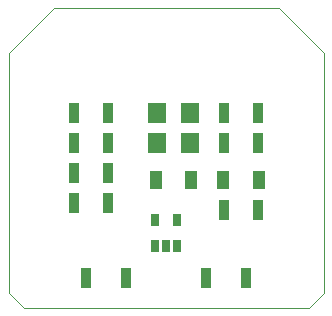
<source format=gbr>
G04 #@! TF.FileFunction,Paste,Top*
%FSLAX46Y46*%
G04 Gerber Fmt 4.6, Leading zero omitted, Abs format (unit mm)*
G04 Created by KiCad (PCBNEW (2016-07-11 BZR 6975, Git 98ad509)-product) date Sat Aug 13 17:34:52 2016*
%MOMM*%
%LPD*%
G01*
G04 APERTURE LIST*
%ADD10C,0.100000*%
%ADD11R,1.597660X1.800860*%
%ADD12R,1.000000X1.600000*%
%ADD13R,0.650000X1.060000*%
%ADD14R,0.900000X1.700000*%
G04 APERTURE END LIST*
D10*
X201930000Y-75565000D02*
X205740000Y-79375000D01*
X194310000Y-75565000D02*
X201930000Y-75565000D01*
X194310000Y-75565000D02*
X182880000Y-75565000D01*
X205740000Y-99695000D02*
X205740000Y-79375000D01*
X205740000Y-99695000D02*
X204470000Y-100965000D01*
X179070000Y-79375000D02*
X179070000Y-99695000D01*
X180340000Y-100965000D02*
X204470000Y-100965000D01*
X179070000Y-99695000D02*
X180340000Y-100965000D01*
X182880000Y-75565000D02*
X179070000Y-79375000D01*
D11*
X194459860Y-84455000D03*
X191620140Y-84455000D03*
X194459860Y-86995000D03*
X191620140Y-86995000D03*
D12*
X191540000Y-90170000D03*
X194540000Y-90170000D03*
X197255000Y-90170000D03*
X200255000Y-90170000D03*
D13*
X191455000Y-95715000D03*
X192405000Y-95715000D03*
X193355000Y-95715000D03*
X193355000Y-93515000D03*
X191455000Y-93515000D03*
D14*
X187505000Y-84455000D03*
X184605000Y-84455000D03*
X184605000Y-86995000D03*
X187505000Y-86995000D03*
X184605000Y-89535000D03*
X187505000Y-89535000D03*
X184605000Y-92075000D03*
X187505000Y-92075000D03*
X197305000Y-92710000D03*
X200205000Y-92710000D03*
X197305000Y-84455000D03*
X200205000Y-84455000D03*
X197305000Y-86995000D03*
X200205000Y-86995000D03*
X199185000Y-98425000D03*
X195785000Y-98425000D03*
X185625000Y-98425000D03*
X189025000Y-98425000D03*
M02*

</source>
